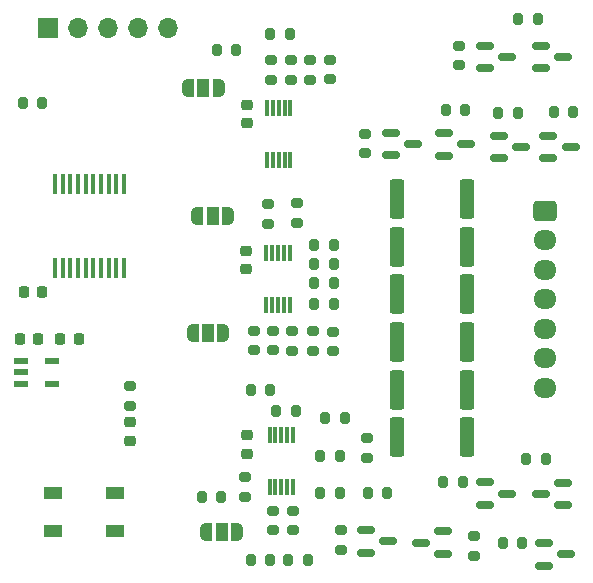
<source format=gts>
G04 #@! TF.GenerationSoftware,KiCad,Pcbnew,(6.0.9)*
G04 #@! TF.CreationDate,2023-02-25T19:24:10-07:00*
G04 #@! TF.ProjectId,AutoDischarger,4175746f-4469-4736-9368-61726765722e,rev?*
G04 #@! TF.SameCoordinates,Original*
G04 #@! TF.FileFunction,Soldermask,Top*
G04 #@! TF.FilePolarity,Negative*
%FSLAX46Y46*%
G04 Gerber Fmt 4.6, Leading zero omitted, Abs format (unit mm)*
G04 Created by KiCad (PCBNEW (6.0.9)) date 2023-02-25 19:24:10*
%MOMM*%
%LPD*%
G01*
G04 APERTURE LIST*
G04 Aperture macros list*
%AMRoundRect*
0 Rectangle with rounded corners*
0 $1 Rounding radius*
0 $2 $3 $4 $5 $6 $7 $8 $9 X,Y pos of 4 corners*
0 Add a 4 corners polygon primitive as box body*
4,1,4,$2,$3,$4,$5,$6,$7,$8,$9,$2,$3,0*
0 Add four circle primitives for the rounded corners*
1,1,$1+$1,$2,$3*
1,1,$1+$1,$4,$5*
1,1,$1+$1,$6,$7*
1,1,$1+$1,$8,$9*
0 Add four rect primitives between the rounded corners*
20,1,$1+$1,$2,$3,$4,$5,0*
20,1,$1+$1,$4,$5,$6,$7,0*
20,1,$1+$1,$6,$7,$8,$9,0*
20,1,$1+$1,$8,$9,$2,$3,0*%
%AMFreePoly0*
4,1,22,0.550000,-0.750000,0.000000,-0.750000,0.000000,-0.745033,-0.079941,-0.743568,-0.215256,-0.701293,-0.333266,-0.622738,-0.424486,-0.514219,-0.481581,-0.384460,-0.499164,-0.250000,-0.500000,-0.250000,-0.500000,0.250000,-0.499164,0.250000,-0.499963,0.256109,-0.478152,0.396186,-0.417904,0.524511,-0.324060,0.630769,-0.204165,0.706417,-0.067858,0.745374,0.000000,0.744959,0.000000,0.750000,
0.550000,0.750000,0.550000,-0.750000,0.550000,-0.750000,$1*%
%AMFreePoly1*
4,1,20,0.000000,0.744959,0.073905,0.744508,0.209726,0.703889,0.328688,0.626782,0.421226,0.519385,0.479903,0.390333,0.500000,0.250000,0.500000,-0.250000,0.499851,-0.262216,0.476331,-0.402017,0.414519,-0.529596,0.319384,-0.634700,0.198574,-0.708877,0.061801,-0.746166,0.000000,-0.745033,0.000000,-0.750000,-0.550000,-0.750000,-0.550000,0.750000,0.000000,0.750000,0.000000,0.744959,
0.000000,0.744959,$1*%
G04 Aperture macros list end*
%ADD10RoundRect,0.150000X-0.587500X-0.150000X0.587500X-0.150000X0.587500X0.150000X-0.587500X0.150000X0*%
%ADD11FreePoly0,0.000000*%
%ADD12R,1.000000X1.500000*%
%ADD13FreePoly1,0.000000*%
%ADD14RoundRect,0.200000X0.275000X-0.200000X0.275000X0.200000X-0.275000X0.200000X-0.275000X-0.200000X0*%
%ADD15RoundRect,0.225000X-0.250000X0.225000X-0.250000X-0.225000X0.250000X-0.225000X0.250000X0.225000X0*%
%ADD16RoundRect,0.250000X-0.362500X-1.425000X0.362500X-1.425000X0.362500X1.425000X-0.362500X1.425000X0*%
%ADD17RoundRect,0.200000X-0.275000X0.200000X-0.275000X-0.200000X0.275000X-0.200000X0.275000X0.200000X0*%
%ADD18RoundRect,0.200000X-0.200000X-0.275000X0.200000X-0.275000X0.200000X0.275000X-0.200000X0.275000X0*%
%ADD19RoundRect,0.200000X0.200000X0.275000X-0.200000X0.275000X-0.200000X-0.275000X0.200000X-0.275000X0*%
%ADD20RoundRect,0.225000X-0.225000X-0.250000X0.225000X-0.250000X0.225000X0.250000X-0.225000X0.250000X0*%
%ADD21R,1.150000X0.600000*%
%ADD22R,0.300000X1.400000*%
%ADD23RoundRect,0.225000X0.225000X0.250000X-0.225000X0.250000X-0.225000X-0.250000X0.225000X-0.250000X0*%
%ADD24R,1.700000X1.700000*%
%ADD25O,1.700000X1.700000*%
%ADD26RoundRect,0.150000X0.587500X0.150000X-0.587500X0.150000X-0.587500X-0.150000X0.587500X-0.150000X0*%
%ADD27R,0.450000X1.800000*%
%ADD28RoundRect,0.250000X-0.725000X0.600000X-0.725000X-0.600000X0.725000X-0.600000X0.725000X0.600000X0*%
%ADD29O,1.950000X1.700000*%
%ADD30RoundRect,0.218750X0.256250X-0.218750X0.256250X0.218750X-0.256250X0.218750X-0.256250X-0.218750X0*%
%ADD31R,1.550000X1.000000*%
G04 APERTURE END LIST*
D10*
X153262500Y-98150000D03*
X153262500Y-100050000D03*
X155137500Y-99100000D03*
D11*
X124300000Y-131700000D03*
D12*
X125600000Y-131700000D03*
D13*
X126900000Y-131700000D03*
D14*
X133100000Y-93405000D03*
X133100000Y-91755000D03*
D15*
X127700000Y-123525000D03*
X127700000Y-125075000D03*
D10*
X139960000Y-97900000D03*
X139960000Y-99800000D03*
X141835000Y-98850000D03*
D16*
X140437500Y-123700000D03*
X146362500Y-123700000D03*
D10*
X144440000Y-97950000D03*
X144440000Y-99850000D03*
X146315000Y-98900000D03*
D17*
X133340000Y-114705000D03*
X133340000Y-116355000D03*
D11*
X123140000Y-114840000D03*
D12*
X124440000Y-114840000D03*
D13*
X125740000Y-114840000D03*
D14*
X131430000Y-93405000D03*
X131430000Y-91755000D03*
X117800000Y-121025000D03*
X117800000Y-119375000D03*
D18*
X133935000Y-125270000D03*
X135585000Y-125270000D03*
D14*
X145680000Y-92175000D03*
X145680000Y-90525000D03*
D19*
X129725000Y-134100000D03*
X128075000Y-134100000D03*
D14*
X146950000Y-133725000D03*
X146950000Y-132075000D03*
D18*
X149025000Y-96250000D03*
X150675000Y-96250000D03*
D20*
X108525000Y-115400000D03*
X110075000Y-115400000D03*
D17*
X135040000Y-114745000D03*
X135040000Y-116395000D03*
X128350000Y-114685000D03*
X128350000Y-116335000D03*
D18*
X108775000Y-95400000D03*
X110425000Y-95400000D03*
X130225000Y-121440000D03*
X131875000Y-121440000D03*
D17*
X135670000Y-131580000D03*
X135670000Y-133230000D03*
D14*
X137900000Y-125425000D03*
X137900000Y-123775000D03*
D16*
X140437500Y-107540000D03*
X146362500Y-107540000D03*
D17*
X129950000Y-129925000D03*
X129950000Y-131575000D03*
D14*
X127600000Y-128725000D03*
X127600000Y-127075000D03*
X131980000Y-105545000D03*
X131980000Y-103895000D03*
D18*
X144572500Y-95950000D03*
X146222500Y-95950000D03*
D10*
X149062500Y-98150000D03*
X149062500Y-100050000D03*
X150937500Y-99100000D03*
D16*
X140437500Y-115620000D03*
X146362500Y-115620000D03*
D18*
X133445000Y-109040000D03*
X135095000Y-109040000D03*
D21*
X108600000Y-117250000D03*
X108600000Y-118200000D03*
X108600000Y-119150000D03*
X111200000Y-119150000D03*
X111200000Y-117250000D03*
D19*
X152365000Y-88270000D03*
X150715000Y-88270000D03*
D18*
X128075000Y-119700000D03*
X129725000Y-119700000D03*
D17*
X131580000Y-114695000D03*
X131580000Y-116345000D03*
D11*
X123540000Y-104950000D03*
D12*
X124840000Y-104950000D03*
D13*
X126140000Y-104950000D03*
D11*
X122750000Y-94150000D03*
D12*
X124050000Y-94150000D03*
D13*
X125350000Y-94150000D03*
D22*
X129650000Y-127900000D03*
X130150000Y-127900000D03*
X130650000Y-127900000D03*
X131150000Y-127900000D03*
X131650000Y-127900000D03*
X131650000Y-123500000D03*
X131150000Y-123500000D03*
X130650000Y-123500000D03*
X130150000Y-123500000D03*
X129650000Y-123500000D03*
D10*
X147862500Y-127500000D03*
X147862500Y-129400000D03*
X149737500Y-128450000D03*
D22*
X129420000Y-100220000D03*
X129920000Y-100220000D03*
X130420000Y-100220000D03*
X130920000Y-100220000D03*
X131420000Y-100220000D03*
X131420000Y-95820000D03*
X130920000Y-95820000D03*
X130420000Y-95820000D03*
X129920000Y-95820000D03*
X129420000Y-95820000D03*
D18*
X134375000Y-122030000D03*
X136025000Y-122030000D03*
D17*
X129970000Y-114675000D03*
X129970000Y-116325000D03*
D16*
X140437500Y-111580000D03*
X146362500Y-111580000D03*
D15*
X127630000Y-107915000D03*
X127630000Y-109465000D03*
D23*
X110375000Y-111400000D03*
X108825000Y-111400000D03*
D10*
X152862500Y-132650000D03*
X152862500Y-134550000D03*
X154737500Y-133600000D03*
X137832500Y-131555000D03*
X137832500Y-133455000D03*
X139707500Y-132505000D03*
D18*
X153725000Y-96150000D03*
X155375000Y-96150000D03*
X133435000Y-110650000D03*
X135085000Y-110650000D03*
D20*
X111925000Y-115400000D03*
X113475000Y-115400000D03*
D24*
X110925000Y-89000000D03*
D25*
X113465000Y-89000000D03*
X116005000Y-89000000D03*
X118545000Y-89000000D03*
X121085000Y-89000000D03*
D14*
X129500000Y-105595000D03*
X129500000Y-103945000D03*
D18*
X144375000Y-127450000D03*
X146025000Y-127450000D03*
D14*
X129780000Y-93415000D03*
X129780000Y-91765000D03*
D16*
X140437500Y-103500000D03*
X146362500Y-103500000D03*
D18*
X133925000Y-128390000D03*
X135575000Y-128390000D03*
X129725000Y-89580000D03*
X131375000Y-89580000D03*
D17*
X131600000Y-129925000D03*
X131600000Y-131575000D03*
D26*
X144307500Y-133555000D03*
X144307500Y-131655000D03*
X142432500Y-132605000D03*
X154537500Y-129450000D03*
X154537500Y-127550000D03*
X152662500Y-128500000D03*
D10*
X147902500Y-90550000D03*
X147902500Y-92450000D03*
X149777500Y-91500000D03*
D18*
X125195000Y-90860000D03*
X126845000Y-90860000D03*
D16*
X140437500Y-119660000D03*
X146362500Y-119660000D03*
D27*
X111475000Y-109350000D03*
X112125000Y-109350000D03*
X112775000Y-109350000D03*
X113425000Y-109350000D03*
X114075000Y-109350000D03*
X114725000Y-109350000D03*
X115375000Y-109350000D03*
X116025000Y-109350000D03*
X116675000Y-109350000D03*
X117325000Y-109350000D03*
X117325000Y-102250000D03*
X116675000Y-102250000D03*
X116025000Y-102250000D03*
X115375000Y-102250000D03*
X114725000Y-102250000D03*
X114075000Y-102250000D03*
X113425000Y-102250000D03*
X112775000Y-102250000D03*
X112125000Y-102250000D03*
X111475000Y-102250000D03*
D18*
X131225000Y-134100000D03*
X132875000Y-134100000D03*
D14*
X134730000Y-93355000D03*
X134730000Y-91705000D03*
D18*
X151375000Y-125500000D03*
X153025000Y-125500000D03*
D15*
X127750000Y-95535000D03*
X127750000Y-97085000D03*
D18*
X133415000Y-112410000D03*
X135065000Y-112410000D03*
X137965000Y-128440000D03*
X139615000Y-128440000D03*
D28*
X153000000Y-104500000D03*
D29*
X153000000Y-107000000D03*
X153000000Y-109500000D03*
X153000000Y-112000000D03*
X153000000Y-114500000D03*
X153000000Y-117000000D03*
X153000000Y-119500000D03*
D22*
X129360000Y-112520000D03*
X129860000Y-112520000D03*
X130360000Y-112520000D03*
X130860000Y-112520000D03*
X131360000Y-112520000D03*
X131360000Y-108120000D03*
X130860000Y-108120000D03*
X130360000Y-108120000D03*
X129860000Y-108120000D03*
X129360000Y-108120000D03*
D18*
X123925000Y-128750000D03*
X125575000Y-128750000D03*
X149375000Y-132600000D03*
X151025000Y-132600000D03*
X133445000Y-107410000D03*
X135095000Y-107410000D03*
D14*
X137697500Y-99625000D03*
X137697500Y-97975000D03*
D10*
X152602500Y-90550000D03*
X152602500Y-92450000D03*
X154477500Y-91500000D03*
D30*
X117800000Y-123987500D03*
X117800000Y-122412500D03*
D31*
X111275000Y-128400000D03*
X116525000Y-128400000D03*
X111275000Y-131600000D03*
X116525000Y-131600000D03*
M02*

</source>
